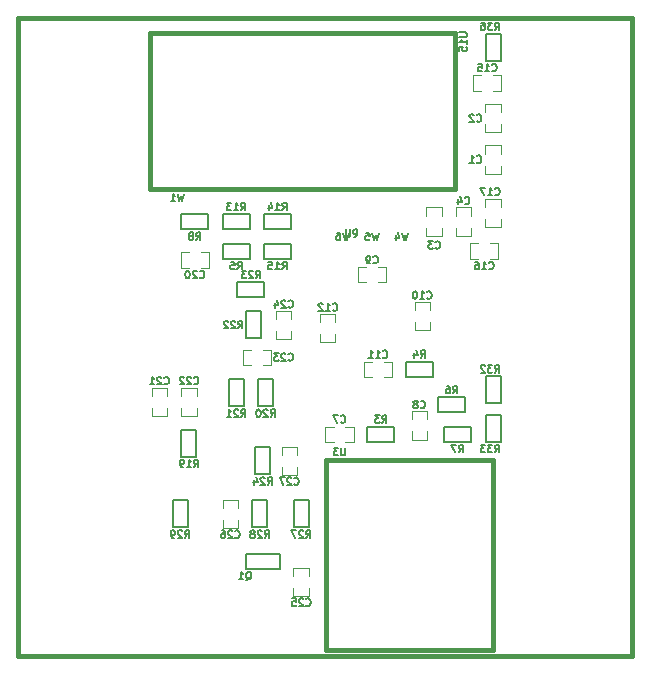
<source format=gbo>
G04 (created by PCBNEW (2013-mar-13)-testing) date Fri 19 Jul 2013 02:37:30 PM PDT*
%MOIN*%
G04 Gerber Fmt 3.4, Leading zero omitted, Abs format*
%FSLAX34Y34*%
G01*
G70*
G90*
G04 APERTURE LIST*
%ADD10C,0.005906*%
%ADD11C,0.015000*%
%ADD12C,0.004700*%
%ADD13C,0.005000*%
%ADD14C,0.005900*%
G04 APERTURE END LIST*
G54D10*
G54D11*
X87401Y-31102D02*
X87401Y-52362D01*
X66929Y-31102D02*
X87401Y-31102D01*
X66929Y-52362D02*
X66929Y-31102D01*
X87401Y-52362D02*
X66929Y-52362D01*
G54D12*
X76633Y-50098D02*
X76633Y-50373D01*
X76633Y-49704D02*
X76633Y-49429D01*
X76121Y-50098D02*
X76121Y-50373D01*
X76121Y-49429D02*
X76121Y-49704D01*
X76127Y-50373D02*
X76627Y-50373D01*
X76627Y-49429D02*
X76127Y-49429D01*
X73031Y-38917D02*
X73306Y-38917D01*
X72637Y-38917D02*
X72362Y-38917D01*
X73031Y-39429D02*
X73306Y-39429D01*
X72362Y-39429D02*
X72637Y-39429D01*
X73306Y-39423D02*
X73306Y-38923D01*
X72362Y-38923D02*
X72362Y-39423D01*
X83031Y-37795D02*
X83031Y-38070D01*
X83031Y-37401D02*
X83031Y-37126D01*
X82519Y-37795D02*
X82519Y-38070D01*
X82519Y-37126D02*
X82519Y-37401D01*
X82525Y-38070D02*
X83025Y-38070D01*
X83025Y-37126D02*
X82525Y-37126D01*
X75531Y-41141D02*
X75531Y-40866D01*
X75531Y-41535D02*
X75531Y-41810D01*
X76043Y-41141D02*
X76043Y-40866D01*
X76043Y-41810D02*
X76043Y-41535D01*
X76037Y-40866D02*
X75537Y-40866D01*
X75537Y-41810D02*
X76037Y-41810D01*
X75728Y-45669D02*
X75728Y-45394D01*
X75728Y-46063D02*
X75728Y-46338D01*
X76240Y-45669D02*
X76240Y-45394D01*
X76240Y-46338D02*
X76240Y-46063D01*
X76234Y-45394D02*
X75734Y-45394D01*
X75734Y-46338D02*
X76234Y-46338D01*
X74704Y-42677D02*
X74429Y-42677D01*
X75098Y-42677D02*
X75373Y-42677D01*
X74704Y-42165D02*
X74429Y-42165D01*
X75373Y-42165D02*
X75098Y-42165D01*
X74429Y-42171D02*
X74429Y-42671D01*
X75373Y-42671D02*
X75373Y-42171D01*
X82775Y-33011D02*
X83050Y-33011D01*
X82381Y-33011D02*
X82106Y-33011D01*
X82775Y-33523D02*
X83050Y-33523D01*
X82106Y-33523D02*
X82381Y-33523D01*
X83050Y-33517D02*
X83050Y-33017D01*
X82106Y-33017D02*
X82106Y-33517D01*
X82677Y-38621D02*
X82952Y-38621D01*
X82283Y-38621D02*
X82008Y-38621D01*
X82677Y-39133D02*
X82952Y-39133D01*
X82008Y-39133D02*
X82283Y-39133D01*
X82952Y-39127D02*
X82952Y-38627D01*
X82008Y-38627D02*
X82008Y-39127D01*
X71909Y-44094D02*
X71909Y-44369D01*
X71909Y-43700D02*
X71909Y-43425D01*
X71397Y-44094D02*
X71397Y-44369D01*
X71397Y-43425D02*
X71397Y-43700D01*
X71403Y-44369D02*
X71903Y-44369D01*
X71903Y-43425D02*
X71403Y-43425D01*
X73759Y-47440D02*
X73759Y-47165D01*
X73759Y-47834D02*
X73759Y-48109D01*
X74271Y-47440D02*
X74271Y-47165D01*
X74271Y-48109D02*
X74271Y-47834D01*
X74265Y-47165D02*
X73765Y-47165D01*
X73765Y-48109D02*
X74265Y-48109D01*
X72893Y-44094D02*
X72893Y-44369D01*
X72893Y-43700D02*
X72893Y-43425D01*
X72381Y-44094D02*
X72381Y-44369D01*
X72381Y-43425D02*
X72381Y-43700D01*
X72387Y-44369D02*
X72887Y-44369D01*
X72887Y-43425D02*
X72387Y-43425D01*
X82047Y-38090D02*
X82047Y-38365D01*
X82047Y-37696D02*
X82047Y-37421D01*
X81535Y-38090D02*
X81535Y-38365D01*
X81535Y-37421D02*
X81535Y-37696D01*
X81541Y-38365D02*
X82041Y-38365D01*
X82041Y-37421D02*
X81541Y-37421D01*
X81063Y-38090D02*
X81063Y-38365D01*
X81063Y-37696D02*
X81063Y-37421D01*
X80551Y-38090D02*
X80551Y-38365D01*
X80551Y-37421D02*
X80551Y-37696D01*
X80557Y-38365D02*
X81057Y-38365D01*
X81057Y-37421D02*
X80557Y-37421D01*
X82519Y-34251D02*
X82519Y-33976D01*
X82519Y-34645D02*
X82519Y-34920D01*
X83031Y-34251D02*
X83031Y-33976D01*
X83031Y-34920D02*
X83031Y-34645D01*
X83025Y-33976D02*
X82525Y-33976D01*
X82525Y-34920D02*
X83025Y-34920D01*
X83031Y-36023D02*
X83031Y-36298D01*
X83031Y-35629D02*
X83031Y-35354D01*
X82519Y-36023D02*
X82519Y-36298D01*
X82519Y-35354D02*
X82519Y-35629D01*
X82525Y-36298D02*
X83025Y-36298D01*
X83025Y-35354D02*
X82525Y-35354D01*
X80058Y-44488D02*
X80058Y-44213D01*
X80058Y-44882D02*
X80058Y-45157D01*
X80570Y-44488D02*
X80570Y-44213D01*
X80570Y-45157D02*
X80570Y-44882D01*
X80564Y-44213D02*
X80064Y-44213D01*
X80064Y-45157D02*
X80564Y-45157D01*
X77007Y-41240D02*
X77007Y-40965D01*
X77007Y-41634D02*
X77007Y-41909D01*
X77519Y-41240D02*
X77519Y-40965D01*
X77519Y-41909D02*
X77519Y-41634D01*
X77513Y-40965D02*
X77013Y-40965D01*
X77013Y-41909D02*
X77513Y-41909D01*
X78740Y-43070D02*
X78465Y-43070D01*
X79134Y-43070D02*
X79409Y-43070D01*
X78740Y-42558D02*
X78465Y-42558D01*
X79409Y-42558D02*
X79134Y-42558D01*
X78465Y-42564D02*
X78465Y-43064D01*
X79409Y-43064D02*
X79409Y-42564D01*
X80669Y-41240D02*
X80669Y-41515D01*
X80669Y-40846D02*
X80669Y-40571D01*
X80157Y-41240D02*
X80157Y-41515D01*
X80157Y-40571D02*
X80157Y-40846D01*
X80163Y-41515D02*
X80663Y-41515D01*
X80663Y-40571D02*
X80163Y-40571D01*
X78937Y-39409D02*
X79212Y-39409D01*
X78543Y-39409D02*
X78268Y-39409D01*
X78937Y-39921D02*
X79212Y-39921D01*
X78268Y-39921D02*
X78543Y-39921D01*
X79212Y-39915D02*
X79212Y-39415D01*
X78268Y-39415D02*
X78268Y-39915D01*
G54D13*
X72592Y-48087D02*
X72592Y-47187D01*
X72592Y-47187D02*
X72092Y-47187D01*
X72092Y-47187D02*
X72092Y-48087D01*
X72092Y-48087D02*
X72592Y-48087D01*
X75348Y-46316D02*
X75348Y-45416D01*
X75348Y-45416D02*
X74848Y-45416D01*
X74848Y-45416D02*
X74848Y-46316D01*
X74848Y-46316D02*
X75348Y-46316D01*
X76627Y-48087D02*
X76627Y-47187D01*
X76627Y-47187D02*
X76127Y-47187D01*
X76127Y-47187D02*
X76127Y-48087D01*
X76127Y-48087D02*
X76627Y-48087D01*
X74750Y-47187D02*
X74750Y-48087D01*
X74750Y-48087D02*
X75250Y-48087D01*
X75250Y-48087D02*
X75250Y-47187D01*
X75250Y-47187D02*
X74750Y-47187D01*
X75053Y-41788D02*
X75053Y-40888D01*
X75053Y-40888D02*
X74553Y-40888D01*
X74553Y-40888D02*
X74553Y-41788D01*
X74553Y-41788D02*
X75053Y-41788D01*
X75154Y-39907D02*
X74254Y-39907D01*
X74254Y-39907D02*
X74254Y-40407D01*
X74254Y-40407D02*
X75154Y-40407D01*
X75154Y-40407D02*
X75154Y-39907D01*
X72887Y-45725D02*
X72887Y-44825D01*
X72887Y-44825D02*
X72387Y-44825D01*
X72387Y-44825D02*
X72387Y-45725D01*
X72387Y-45725D02*
X72887Y-45725D01*
X73762Y-38143D02*
X74662Y-38143D01*
X74662Y-38143D02*
X74662Y-37643D01*
X74662Y-37643D02*
X73762Y-37643D01*
X73762Y-37643D02*
X73762Y-38143D01*
X76040Y-37643D02*
X75140Y-37643D01*
X75140Y-37643D02*
X75140Y-38143D01*
X75140Y-38143D02*
X76040Y-38143D01*
X76040Y-38143D02*
X76040Y-37643D01*
X75140Y-39127D02*
X76040Y-39127D01*
X76040Y-39127D02*
X76040Y-38627D01*
X76040Y-38627D02*
X75140Y-38627D01*
X75140Y-38627D02*
X75140Y-39127D01*
X73284Y-37643D02*
X72384Y-37643D01*
X72384Y-37643D02*
X72384Y-38143D01*
X72384Y-38143D02*
X73284Y-38143D01*
X73284Y-38143D02*
X73284Y-37643D01*
X73762Y-39127D02*
X74662Y-39127D01*
X74662Y-39127D02*
X74662Y-38627D01*
X74662Y-38627D02*
X73762Y-38627D01*
X73762Y-38627D02*
X73762Y-39127D01*
X82044Y-44730D02*
X81144Y-44730D01*
X81144Y-44730D02*
X81144Y-45230D01*
X81144Y-45230D02*
X82044Y-45230D01*
X82044Y-45230D02*
X82044Y-44730D01*
X81847Y-43746D02*
X80947Y-43746D01*
X80947Y-43746D02*
X80947Y-44246D01*
X80947Y-44246D02*
X81847Y-44246D01*
X81847Y-44246D02*
X81847Y-43746D01*
X80764Y-42564D02*
X79864Y-42564D01*
X79864Y-42564D02*
X79864Y-43064D01*
X79864Y-43064D02*
X80764Y-43064D01*
X80764Y-43064D02*
X80764Y-42564D01*
X78585Y-45230D02*
X79485Y-45230D01*
X79485Y-45230D02*
X79485Y-44730D01*
X79485Y-44730D02*
X78585Y-44730D01*
X78585Y-44730D02*
X78585Y-45230D01*
X74462Y-44052D02*
X74462Y-43152D01*
X74462Y-43152D02*
X73962Y-43152D01*
X73962Y-43152D02*
X73962Y-44052D01*
X73962Y-44052D02*
X74462Y-44052D01*
X74946Y-43152D02*
X74946Y-44052D01*
X74946Y-44052D02*
X75446Y-44052D01*
X75446Y-44052D02*
X75446Y-43152D01*
X75446Y-43152D02*
X74946Y-43152D01*
G54D11*
X82756Y-45826D02*
X77205Y-45826D01*
X77205Y-45826D02*
X77205Y-52164D01*
X77205Y-52164D02*
X82756Y-52164D01*
X82756Y-52164D02*
X82756Y-45826D01*
G54D14*
X74523Y-49467D02*
X74523Y-48957D01*
X75673Y-49467D02*
X75673Y-48957D01*
X74523Y-49467D02*
X75673Y-49467D01*
X74523Y-48957D02*
X75673Y-48957D01*
G54D13*
X82525Y-31636D02*
X82525Y-32536D01*
X82525Y-32536D02*
X83025Y-32536D01*
X83025Y-32536D02*
X83025Y-31636D01*
X83025Y-31636D02*
X82525Y-31636D01*
G54D12*
X77460Y-45236D02*
X77185Y-45236D01*
X77854Y-45236D02*
X78129Y-45236D01*
X77460Y-44724D02*
X77185Y-44724D01*
X78129Y-44724D02*
X77854Y-44724D01*
X77185Y-44730D02*
X77185Y-45230D01*
X78129Y-45230D02*
X78129Y-44730D01*
G54D13*
X82525Y-43053D02*
X82525Y-43953D01*
X82525Y-43953D02*
X83025Y-43953D01*
X83025Y-43953D02*
X83025Y-43053D01*
X83025Y-43053D02*
X82525Y-43053D01*
X82525Y-44333D02*
X82525Y-45233D01*
X82525Y-45233D02*
X83025Y-45233D01*
X83025Y-45233D02*
X83025Y-44333D01*
X83025Y-44333D02*
X82525Y-44333D01*
G54D11*
X81495Y-36791D02*
X81495Y-31594D01*
X81495Y-31594D02*
X71338Y-31594D01*
X71338Y-31594D02*
X71338Y-36791D01*
X71338Y-36791D02*
X81495Y-36791D01*
G54D13*
X76538Y-50679D02*
X76550Y-50691D01*
X76586Y-50703D01*
X76610Y-50703D01*
X76645Y-50691D01*
X76669Y-50667D01*
X76681Y-50644D01*
X76693Y-50596D01*
X76693Y-50560D01*
X76681Y-50513D01*
X76669Y-50489D01*
X76645Y-50465D01*
X76610Y-50453D01*
X76586Y-50453D01*
X76550Y-50465D01*
X76538Y-50477D01*
X76443Y-50477D02*
X76431Y-50465D01*
X76407Y-50453D01*
X76348Y-50453D01*
X76324Y-50465D01*
X76312Y-50477D01*
X76300Y-50501D01*
X76300Y-50525D01*
X76312Y-50560D01*
X76455Y-50703D01*
X76300Y-50703D01*
X76074Y-50453D02*
X76193Y-50453D01*
X76205Y-50572D01*
X76193Y-50560D01*
X76169Y-50548D01*
X76110Y-50548D01*
X76086Y-50560D01*
X76074Y-50572D01*
X76062Y-50596D01*
X76062Y-50656D01*
X76074Y-50679D01*
X76086Y-50691D01*
X76110Y-50703D01*
X76169Y-50703D01*
X76193Y-50691D01*
X76205Y-50679D01*
X72995Y-39754D02*
X73007Y-39766D01*
X73042Y-39778D01*
X73066Y-39778D01*
X73102Y-39766D01*
X73126Y-39742D01*
X73138Y-39718D01*
X73150Y-39671D01*
X73150Y-39635D01*
X73138Y-39587D01*
X73126Y-39564D01*
X73102Y-39540D01*
X73066Y-39528D01*
X73042Y-39528D01*
X73007Y-39540D01*
X72995Y-39552D01*
X72900Y-39552D02*
X72888Y-39540D01*
X72864Y-39528D01*
X72804Y-39528D01*
X72781Y-39540D01*
X72769Y-39552D01*
X72757Y-39576D01*
X72757Y-39599D01*
X72769Y-39635D01*
X72912Y-39778D01*
X72757Y-39778D01*
X72602Y-39528D02*
X72578Y-39528D01*
X72554Y-39540D01*
X72542Y-39552D01*
X72531Y-39576D01*
X72519Y-39623D01*
X72519Y-39683D01*
X72531Y-39730D01*
X72542Y-39754D01*
X72554Y-39766D01*
X72578Y-39778D01*
X72602Y-39778D01*
X72626Y-39766D01*
X72638Y-39754D01*
X72650Y-39730D01*
X72662Y-39683D01*
X72662Y-39623D01*
X72650Y-39576D01*
X72638Y-39552D01*
X72626Y-39540D01*
X72602Y-39528D01*
X82837Y-36998D02*
X82849Y-37010D01*
X82885Y-37022D01*
X82909Y-37022D01*
X82945Y-37010D01*
X82968Y-36986D01*
X82980Y-36963D01*
X82992Y-36915D01*
X82992Y-36879D01*
X82980Y-36832D01*
X82968Y-36808D01*
X82945Y-36784D01*
X82909Y-36772D01*
X82885Y-36772D01*
X82849Y-36784D01*
X82837Y-36796D01*
X82599Y-37022D02*
X82742Y-37022D01*
X82671Y-37022D02*
X82671Y-36772D01*
X82695Y-36808D01*
X82718Y-36832D01*
X82742Y-36843D01*
X82516Y-36772D02*
X82349Y-36772D01*
X82456Y-37022D01*
X75948Y-40738D02*
X75960Y-40750D01*
X75995Y-40762D01*
X76019Y-40762D01*
X76055Y-40750D01*
X76079Y-40726D01*
X76090Y-40703D01*
X76102Y-40655D01*
X76102Y-40619D01*
X76090Y-40572D01*
X76079Y-40548D01*
X76055Y-40524D01*
X76019Y-40512D01*
X75995Y-40512D01*
X75960Y-40524D01*
X75948Y-40536D01*
X75852Y-40536D02*
X75840Y-40524D01*
X75817Y-40512D01*
X75757Y-40512D01*
X75733Y-40524D01*
X75721Y-40536D01*
X75710Y-40560D01*
X75710Y-40584D01*
X75721Y-40619D01*
X75864Y-40762D01*
X75710Y-40762D01*
X75495Y-40596D02*
X75495Y-40762D01*
X75555Y-40500D02*
X75614Y-40679D01*
X75460Y-40679D01*
X76144Y-46644D02*
X76156Y-46656D01*
X76192Y-46668D01*
X76216Y-46668D01*
X76252Y-46656D01*
X76275Y-46632D01*
X76287Y-46608D01*
X76299Y-46561D01*
X76299Y-46525D01*
X76287Y-46477D01*
X76275Y-46453D01*
X76252Y-46430D01*
X76216Y-46418D01*
X76192Y-46418D01*
X76156Y-46430D01*
X76144Y-46442D01*
X76049Y-46442D02*
X76037Y-46430D01*
X76014Y-46418D01*
X75954Y-46418D01*
X75930Y-46430D01*
X75918Y-46442D01*
X75906Y-46465D01*
X75906Y-46489D01*
X75918Y-46525D01*
X76061Y-46668D01*
X75906Y-46668D01*
X75823Y-46418D02*
X75656Y-46418D01*
X75764Y-46668D01*
X75948Y-42510D02*
X75960Y-42522D01*
X75995Y-42534D01*
X76019Y-42534D01*
X76055Y-42522D01*
X76079Y-42498D01*
X76090Y-42474D01*
X76102Y-42427D01*
X76102Y-42391D01*
X76090Y-42343D01*
X76079Y-42320D01*
X76055Y-42296D01*
X76019Y-42284D01*
X75995Y-42284D01*
X75960Y-42296D01*
X75948Y-42308D01*
X75852Y-42308D02*
X75840Y-42296D01*
X75817Y-42284D01*
X75757Y-42284D01*
X75733Y-42296D01*
X75721Y-42308D01*
X75710Y-42331D01*
X75710Y-42355D01*
X75721Y-42391D01*
X75864Y-42534D01*
X75710Y-42534D01*
X75626Y-42284D02*
X75471Y-42284D01*
X75555Y-42379D01*
X75519Y-42379D01*
X75495Y-42391D01*
X75483Y-42403D01*
X75471Y-42427D01*
X75471Y-42486D01*
X75483Y-42510D01*
X75495Y-42522D01*
X75519Y-42534D01*
X75590Y-42534D01*
X75614Y-42522D01*
X75626Y-42510D01*
X82739Y-32864D02*
X82751Y-32876D01*
X82787Y-32888D01*
X82810Y-32888D01*
X82846Y-32876D01*
X82870Y-32852D01*
X82882Y-32829D01*
X82894Y-32781D01*
X82894Y-32745D01*
X82882Y-32698D01*
X82870Y-32674D01*
X82846Y-32650D01*
X82810Y-32638D01*
X82787Y-32638D01*
X82751Y-32650D01*
X82739Y-32662D01*
X82501Y-32888D02*
X82644Y-32888D01*
X82572Y-32888D02*
X82572Y-32638D01*
X82596Y-32674D01*
X82620Y-32698D01*
X82644Y-32710D01*
X82275Y-32638D02*
X82394Y-32638D01*
X82406Y-32757D01*
X82394Y-32745D01*
X82370Y-32733D01*
X82310Y-32733D01*
X82287Y-32745D01*
X82275Y-32757D01*
X82263Y-32781D01*
X82263Y-32841D01*
X82275Y-32864D01*
X82287Y-32876D01*
X82310Y-32888D01*
X82370Y-32888D01*
X82394Y-32876D01*
X82406Y-32864D01*
X82641Y-39459D02*
X82652Y-39471D01*
X82688Y-39483D01*
X82712Y-39483D01*
X82748Y-39471D01*
X82771Y-39447D01*
X82783Y-39423D01*
X82795Y-39376D01*
X82795Y-39340D01*
X82783Y-39292D01*
X82771Y-39268D01*
X82748Y-39245D01*
X82712Y-39233D01*
X82688Y-39233D01*
X82652Y-39245D01*
X82641Y-39256D01*
X82402Y-39483D02*
X82545Y-39483D01*
X82474Y-39483D02*
X82474Y-39233D01*
X82498Y-39268D01*
X82521Y-39292D01*
X82545Y-39304D01*
X82188Y-39233D02*
X82236Y-39233D01*
X82260Y-39245D01*
X82271Y-39256D01*
X82295Y-39292D01*
X82307Y-39340D01*
X82307Y-39435D01*
X82295Y-39459D01*
X82283Y-39471D01*
X82260Y-39483D01*
X82212Y-39483D01*
X82188Y-39471D01*
X82176Y-39459D01*
X82164Y-39435D01*
X82164Y-39376D01*
X82176Y-39352D01*
X82188Y-39340D01*
X82212Y-39328D01*
X82260Y-39328D01*
X82283Y-39340D01*
X82295Y-39352D01*
X82307Y-39376D01*
X71814Y-43297D02*
X71826Y-43309D01*
X71861Y-43321D01*
X71885Y-43321D01*
X71921Y-43309D01*
X71945Y-43286D01*
X71957Y-43262D01*
X71969Y-43214D01*
X71969Y-43178D01*
X71957Y-43131D01*
X71945Y-43107D01*
X71921Y-43083D01*
X71885Y-43071D01*
X71861Y-43071D01*
X71826Y-43083D01*
X71814Y-43095D01*
X71719Y-43095D02*
X71707Y-43083D01*
X71683Y-43071D01*
X71623Y-43071D01*
X71599Y-43083D01*
X71588Y-43095D01*
X71576Y-43119D01*
X71576Y-43143D01*
X71588Y-43178D01*
X71730Y-43321D01*
X71576Y-43321D01*
X71338Y-43321D02*
X71480Y-43321D01*
X71409Y-43321D02*
X71409Y-43071D01*
X71433Y-43107D01*
X71457Y-43131D01*
X71480Y-43143D01*
X74176Y-48416D02*
X74188Y-48427D01*
X74224Y-48439D01*
X74247Y-48439D01*
X74283Y-48427D01*
X74307Y-48404D01*
X74319Y-48380D01*
X74331Y-48332D01*
X74331Y-48297D01*
X74319Y-48249D01*
X74307Y-48225D01*
X74283Y-48201D01*
X74247Y-48189D01*
X74224Y-48189D01*
X74188Y-48201D01*
X74176Y-48213D01*
X74081Y-48213D02*
X74069Y-48201D01*
X74045Y-48189D01*
X73985Y-48189D01*
X73962Y-48201D01*
X73950Y-48213D01*
X73938Y-48237D01*
X73938Y-48261D01*
X73950Y-48297D01*
X74093Y-48439D01*
X73938Y-48439D01*
X73724Y-48189D02*
X73771Y-48189D01*
X73795Y-48201D01*
X73807Y-48213D01*
X73831Y-48249D01*
X73843Y-48297D01*
X73843Y-48392D01*
X73831Y-48416D01*
X73819Y-48427D01*
X73795Y-48439D01*
X73747Y-48439D01*
X73724Y-48427D01*
X73712Y-48416D01*
X73700Y-48392D01*
X73700Y-48332D01*
X73712Y-48308D01*
X73724Y-48297D01*
X73747Y-48285D01*
X73795Y-48285D01*
X73819Y-48297D01*
X73831Y-48308D01*
X73843Y-48332D01*
X72798Y-43297D02*
X72810Y-43309D01*
X72846Y-43321D01*
X72869Y-43321D01*
X72905Y-43309D01*
X72929Y-43286D01*
X72941Y-43262D01*
X72953Y-43214D01*
X72953Y-43178D01*
X72941Y-43131D01*
X72929Y-43107D01*
X72905Y-43083D01*
X72869Y-43071D01*
X72846Y-43071D01*
X72810Y-43083D01*
X72798Y-43095D01*
X72703Y-43095D02*
X72691Y-43083D01*
X72667Y-43071D01*
X72608Y-43071D01*
X72584Y-43083D01*
X72572Y-43095D01*
X72560Y-43119D01*
X72560Y-43143D01*
X72572Y-43178D01*
X72715Y-43321D01*
X72560Y-43321D01*
X72465Y-43095D02*
X72453Y-43083D01*
X72429Y-43071D01*
X72369Y-43071D01*
X72346Y-43083D01*
X72334Y-43095D01*
X72322Y-43119D01*
X72322Y-43143D01*
X72334Y-43178D01*
X72477Y-43321D01*
X72322Y-43321D01*
X81833Y-37294D02*
X81844Y-37305D01*
X81880Y-37317D01*
X81904Y-37317D01*
X81940Y-37305D01*
X81963Y-37282D01*
X81975Y-37258D01*
X81987Y-37210D01*
X81987Y-37174D01*
X81975Y-37127D01*
X81963Y-37103D01*
X81940Y-37079D01*
X81904Y-37067D01*
X81880Y-37067D01*
X81844Y-37079D01*
X81833Y-37091D01*
X81618Y-37151D02*
X81618Y-37317D01*
X81678Y-37055D02*
X81737Y-37234D01*
X81583Y-37234D01*
X80848Y-38770D02*
X80860Y-38782D01*
X80896Y-38794D01*
X80920Y-38794D01*
X80955Y-38782D01*
X80979Y-38758D01*
X80991Y-38734D01*
X81003Y-38687D01*
X81003Y-38651D01*
X80991Y-38603D01*
X80979Y-38579D01*
X80955Y-38556D01*
X80920Y-38544D01*
X80896Y-38544D01*
X80860Y-38556D01*
X80848Y-38568D01*
X80765Y-38544D02*
X80610Y-38544D01*
X80693Y-38639D01*
X80658Y-38639D01*
X80634Y-38651D01*
X80622Y-38663D01*
X80610Y-38687D01*
X80610Y-38746D01*
X80622Y-38770D01*
X80634Y-38782D01*
X80658Y-38794D01*
X80729Y-38794D01*
X80753Y-38782D01*
X80765Y-38770D01*
X82226Y-34538D02*
X82238Y-34550D01*
X82274Y-34561D01*
X82298Y-34561D01*
X82333Y-34550D01*
X82357Y-34526D01*
X82369Y-34502D01*
X82381Y-34454D01*
X82381Y-34419D01*
X82369Y-34371D01*
X82357Y-34347D01*
X82333Y-34323D01*
X82298Y-34311D01*
X82274Y-34311D01*
X82238Y-34323D01*
X82226Y-34335D01*
X82131Y-34335D02*
X82119Y-34323D01*
X82095Y-34311D01*
X82036Y-34311D01*
X82012Y-34323D01*
X82000Y-34335D01*
X81988Y-34359D01*
X81988Y-34383D01*
X82000Y-34419D01*
X82143Y-34561D01*
X81988Y-34561D01*
X82226Y-35916D02*
X82238Y-35927D01*
X82274Y-35939D01*
X82298Y-35939D01*
X82333Y-35927D01*
X82357Y-35904D01*
X82369Y-35880D01*
X82381Y-35832D01*
X82381Y-35797D01*
X82369Y-35749D01*
X82357Y-35725D01*
X82333Y-35701D01*
X82298Y-35689D01*
X82274Y-35689D01*
X82238Y-35701D01*
X82226Y-35713D01*
X81988Y-35939D02*
X82131Y-35939D01*
X82060Y-35939D02*
X82060Y-35689D01*
X82083Y-35725D01*
X82107Y-35749D01*
X82131Y-35761D01*
X80356Y-44085D02*
X80368Y-44097D01*
X80404Y-44109D01*
X80428Y-44109D01*
X80463Y-44097D01*
X80487Y-44073D01*
X80499Y-44049D01*
X80511Y-44002D01*
X80511Y-43966D01*
X80499Y-43918D01*
X80487Y-43894D01*
X80463Y-43871D01*
X80428Y-43859D01*
X80404Y-43859D01*
X80368Y-43871D01*
X80356Y-43882D01*
X80213Y-43966D02*
X80237Y-43954D01*
X80249Y-43942D01*
X80261Y-43918D01*
X80261Y-43906D01*
X80249Y-43882D01*
X80237Y-43871D01*
X80213Y-43859D01*
X80166Y-43859D01*
X80142Y-43871D01*
X80130Y-43882D01*
X80118Y-43906D01*
X80118Y-43918D01*
X80130Y-43942D01*
X80142Y-43954D01*
X80166Y-43966D01*
X80213Y-43966D01*
X80237Y-43978D01*
X80249Y-43990D01*
X80261Y-44013D01*
X80261Y-44061D01*
X80249Y-44085D01*
X80237Y-44097D01*
X80213Y-44109D01*
X80166Y-44109D01*
X80142Y-44097D01*
X80130Y-44085D01*
X80118Y-44061D01*
X80118Y-44013D01*
X80130Y-43990D01*
X80142Y-43978D01*
X80166Y-43966D01*
X77424Y-40837D02*
X77436Y-40849D01*
X77472Y-40861D01*
X77495Y-40861D01*
X77531Y-40849D01*
X77555Y-40825D01*
X77567Y-40801D01*
X77579Y-40753D01*
X77579Y-40718D01*
X77567Y-40670D01*
X77555Y-40646D01*
X77531Y-40623D01*
X77495Y-40611D01*
X77472Y-40611D01*
X77436Y-40623D01*
X77424Y-40634D01*
X77186Y-40861D02*
X77329Y-40861D01*
X77257Y-40861D02*
X77257Y-40611D01*
X77281Y-40646D01*
X77305Y-40670D01*
X77329Y-40682D01*
X77091Y-40634D02*
X77079Y-40623D01*
X77055Y-40611D01*
X76995Y-40611D01*
X76972Y-40623D01*
X76960Y-40634D01*
X76948Y-40658D01*
X76948Y-40682D01*
X76960Y-40718D01*
X77103Y-40861D01*
X76948Y-40861D01*
X79097Y-42412D02*
X79109Y-42424D01*
X79145Y-42435D01*
X79169Y-42435D01*
X79204Y-42424D01*
X79228Y-42400D01*
X79240Y-42376D01*
X79252Y-42328D01*
X79252Y-42293D01*
X79240Y-42245D01*
X79228Y-42221D01*
X79204Y-42197D01*
X79169Y-42185D01*
X79145Y-42185D01*
X79109Y-42197D01*
X79097Y-42209D01*
X78859Y-42435D02*
X79002Y-42435D01*
X78931Y-42435D02*
X78931Y-42185D01*
X78954Y-42221D01*
X78978Y-42245D01*
X79002Y-42257D01*
X78621Y-42435D02*
X78764Y-42435D01*
X78692Y-42435D02*
X78692Y-42185D01*
X78716Y-42221D01*
X78740Y-42245D01*
X78764Y-42257D01*
X80574Y-40443D02*
X80586Y-40455D01*
X80621Y-40467D01*
X80645Y-40467D01*
X80681Y-40455D01*
X80705Y-40431D01*
X80716Y-40407D01*
X80728Y-40360D01*
X80728Y-40324D01*
X80716Y-40276D01*
X80705Y-40253D01*
X80681Y-40229D01*
X80645Y-40217D01*
X80621Y-40217D01*
X80586Y-40229D01*
X80574Y-40241D01*
X80336Y-40467D02*
X80478Y-40467D01*
X80407Y-40467D02*
X80407Y-40217D01*
X80431Y-40253D01*
X80455Y-40276D01*
X80478Y-40288D01*
X80181Y-40217D02*
X80157Y-40217D01*
X80133Y-40229D01*
X80121Y-40241D01*
X80109Y-40265D01*
X80097Y-40312D01*
X80097Y-40372D01*
X80109Y-40419D01*
X80121Y-40443D01*
X80133Y-40455D01*
X80157Y-40467D01*
X80181Y-40467D01*
X80205Y-40455D01*
X80216Y-40443D01*
X80228Y-40419D01*
X80240Y-40372D01*
X80240Y-40312D01*
X80228Y-40265D01*
X80216Y-40241D01*
X80205Y-40229D01*
X80181Y-40217D01*
X78781Y-39262D02*
X78793Y-39274D01*
X78829Y-39286D01*
X78853Y-39286D01*
X78888Y-39274D01*
X78912Y-39250D01*
X78924Y-39226D01*
X78936Y-39179D01*
X78936Y-39143D01*
X78924Y-39095D01*
X78912Y-39072D01*
X78888Y-39048D01*
X78853Y-39036D01*
X78829Y-39036D01*
X78793Y-39048D01*
X78781Y-39060D01*
X78662Y-39286D02*
X78615Y-39286D01*
X78591Y-39274D01*
X78579Y-39262D01*
X78555Y-39226D01*
X78543Y-39179D01*
X78543Y-39083D01*
X78555Y-39060D01*
X78567Y-39048D01*
X78591Y-39036D01*
X78638Y-39036D01*
X78662Y-39048D01*
X78674Y-39060D01*
X78686Y-39083D01*
X78686Y-39143D01*
X78674Y-39167D01*
X78662Y-39179D01*
X78638Y-39191D01*
X78591Y-39191D01*
X78567Y-39179D01*
X78555Y-39167D01*
X78543Y-39143D01*
X72503Y-48439D02*
X72586Y-48320D01*
X72646Y-48439D02*
X72646Y-48189D01*
X72550Y-48189D01*
X72527Y-48201D01*
X72515Y-48213D01*
X72503Y-48237D01*
X72503Y-48273D01*
X72515Y-48297D01*
X72527Y-48308D01*
X72550Y-48320D01*
X72646Y-48320D01*
X72407Y-48213D02*
X72396Y-48201D01*
X72372Y-48189D01*
X72312Y-48189D01*
X72288Y-48201D01*
X72277Y-48213D01*
X72265Y-48237D01*
X72265Y-48261D01*
X72277Y-48297D01*
X72419Y-48439D01*
X72265Y-48439D01*
X72146Y-48439D02*
X72098Y-48439D01*
X72074Y-48427D01*
X72062Y-48416D01*
X72038Y-48380D01*
X72027Y-48332D01*
X72027Y-48237D01*
X72038Y-48213D01*
X72050Y-48201D01*
X72074Y-48189D01*
X72122Y-48189D01*
X72146Y-48201D01*
X72157Y-48213D01*
X72169Y-48237D01*
X72169Y-48297D01*
X72157Y-48320D01*
X72146Y-48332D01*
X72122Y-48344D01*
X72074Y-48344D01*
X72050Y-48332D01*
X72038Y-48320D01*
X72027Y-48297D01*
X75259Y-46668D02*
X75342Y-46549D01*
X75401Y-46668D02*
X75401Y-46418D01*
X75306Y-46418D01*
X75282Y-46430D01*
X75271Y-46442D01*
X75259Y-46465D01*
X75259Y-46501D01*
X75271Y-46525D01*
X75282Y-46537D01*
X75306Y-46549D01*
X75401Y-46549D01*
X75163Y-46442D02*
X75151Y-46430D01*
X75128Y-46418D01*
X75068Y-46418D01*
X75044Y-46430D01*
X75032Y-46442D01*
X75021Y-46465D01*
X75021Y-46489D01*
X75032Y-46525D01*
X75175Y-46668D01*
X75021Y-46668D01*
X74806Y-46501D02*
X74806Y-46668D01*
X74866Y-46406D02*
X74925Y-46584D01*
X74771Y-46584D01*
X76538Y-48439D02*
X76622Y-48320D01*
X76681Y-48439D02*
X76681Y-48189D01*
X76586Y-48189D01*
X76562Y-48201D01*
X76550Y-48213D01*
X76538Y-48237D01*
X76538Y-48273D01*
X76550Y-48297D01*
X76562Y-48308D01*
X76586Y-48320D01*
X76681Y-48320D01*
X76443Y-48213D02*
X76431Y-48201D01*
X76407Y-48189D01*
X76348Y-48189D01*
X76324Y-48201D01*
X76312Y-48213D01*
X76300Y-48237D01*
X76300Y-48261D01*
X76312Y-48297D01*
X76455Y-48439D01*
X76300Y-48439D01*
X76217Y-48189D02*
X76050Y-48189D01*
X76157Y-48439D01*
X75160Y-48439D02*
X75244Y-48320D01*
X75303Y-48439D02*
X75303Y-48189D01*
X75208Y-48189D01*
X75184Y-48201D01*
X75172Y-48213D01*
X75160Y-48237D01*
X75160Y-48273D01*
X75172Y-48297D01*
X75184Y-48308D01*
X75208Y-48320D01*
X75303Y-48320D01*
X75065Y-48213D02*
X75053Y-48201D01*
X75029Y-48189D01*
X74970Y-48189D01*
X74946Y-48201D01*
X74934Y-48213D01*
X74922Y-48237D01*
X74922Y-48261D01*
X74934Y-48297D01*
X75077Y-48439D01*
X74922Y-48439D01*
X74779Y-48297D02*
X74803Y-48285D01*
X74815Y-48273D01*
X74827Y-48249D01*
X74827Y-48237D01*
X74815Y-48213D01*
X74803Y-48201D01*
X74779Y-48189D01*
X74732Y-48189D01*
X74708Y-48201D01*
X74696Y-48213D01*
X74684Y-48237D01*
X74684Y-48249D01*
X74696Y-48273D01*
X74708Y-48285D01*
X74732Y-48297D01*
X74779Y-48297D01*
X74803Y-48308D01*
X74815Y-48320D01*
X74827Y-48344D01*
X74827Y-48392D01*
X74815Y-48416D01*
X74803Y-48427D01*
X74779Y-48439D01*
X74732Y-48439D01*
X74708Y-48427D01*
X74696Y-48416D01*
X74684Y-48392D01*
X74684Y-48344D01*
X74696Y-48320D01*
X74708Y-48308D01*
X74732Y-48297D01*
X74274Y-41451D02*
X74358Y-41332D01*
X74417Y-41451D02*
X74417Y-41201D01*
X74322Y-41201D01*
X74298Y-41213D01*
X74286Y-41225D01*
X74274Y-41249D01*
X74274Y-41285D01*
X74286Y-41308D01*
X74298Y-41320D01*
X74322Y-41332D01*
X74417Y-41332D01*
X74179Y-41225D02*
X74167Y-41213D01*
X74143Y-41201D01*
X74084Y-41201D01*
X74060Y-41213D01*
X74048Y-41225D01*
X74036Y-41249D01*
X74036Y-41273D01*
X74048Y-41308D01*
X74191Y-41451D01*
X74036Y-41451D01*
X73941Y-41225D02*
X73929Y-41213D01*
X73905Y-41201D01*
X73846Y-41201D01*
X73822Y-41213D01*
X73810Y-41225D01*
X73798Y-41249D01*
X73798Y-41273D01*
X73810Y-41308D01*
X73953Y-41451D01*
X73798Y-41451D01*
X74865Y-39778D02*
X74948Y-39659D01*
X75008Y-39778D02*
X75008Y-39528D01*
X74913Y-39528D01*
X74889Y-39540D01*
X74877Y-39552D01*
X74865Y-39576D01*
X74865Y-39611D01*
X74877Y-39635D01*
X74889Y-39647D01*
X74913Y-39659D01*
X75008Y-39659D01*
X74770Y-39552D02*
X74758Y-39540D01*
X74734Y-39528D01*
X74674Y-39528D01*
X74651Y-39540D01*
X74639Y-39552D01*
X74627Y-39576D01*
X74627Y-39599D01*
X74639Y-39635D01*
X74782Y-39778D01*
X74627Y-39778D01*
X74544Y-39528D02*
X74389Y-39528D01*
X74472Y-39623D01*
X74436Y-39623D01*
X74413Y-39635D01*
X74401Y-39647D01*
X74389Y-39671D01*
X74389Y-39730D01*
X74401Y-39754D01*
X74413Y-39766D01*
X74436Y-39778D01*
X74508Y-39778D01*
X74532Y-39766D01*
X74544Y-39754D01*
X72798Y-46077D02*
X72881Y-45958D01*
X72941Y-46077D02*
X72941Y-45827D01*
X72846Y-45827D01*
X72822Y-45839D01*
X72810Y-45851D01*
X72798Y-45875D01*
X72798Y-45910D01*
X72810Y-45934D01*
X72822Y-45946D01*
X72846Y-45958D01*
X72941Y-45958D01*
X72560Y-46077D02*
X72703Y-46077D01*
X72631Y-46077D02*
X72631Y-45827D01*
X72655Y-45863D01*
X72679Y-45887D01*
X72703Y-45899D01*
X72441Y-46077D02*
X72393Y-46077D01*
X72369Y-46065D01*
X72358Y-46053D01*
X72334Y-46018D01*
X72322Y-45970D01*
X72322Y-45875D01*
X72334Y-45851D01*
X72346Y-45839D01*
X72369Y-45827D01*
X72417Y-45827D01*
X72441Y-45839D01*
X72453Y-45851D01*
X72465Y-45875D01*
X72465Y-45934D01*
X72453Y-45958D01*
X72441Y-45970D01*
X72417Y-45982D01*
X72369Y-45982D01*
X72346Y-45970D01*
X72334Y-45958D01*
X72322Y-45934D01*
X74373Y-37514D02*
X74456Y-37395D01*
X74516Y-37514D02*
X74516Y-37264D01*
X74420Y-37264D01*
X74397Y-37276D01*
X74385Y-37288D01*
X74373Y-37312D01*
X74373Y-37348D01*
X74385Y-37371D01*
X74397Y-37383D01*
X74420Y-37395D01*
X74516Y-37395D01*
X74135Y-37514D02*
X74278Y-37514D01*
X74206Y-37514D02*
X74206Y-37264D01*
X74230Y-37300D01*
X74254Y-37324D01*
X74278Y-37336D01*
X74051Y-37264D02*
X73897Y-37264D01*
X73980Y-37359D01*
X73944Y-37359D01*
X73920Y-37371D01*
X73909Y-37383D01*
X73897Y-37407D01*
X73897Y-37467D01*
X73909Y-37490D01*
X73920Y-37502D01*
X73944Y-37514D01*
X74016Y-37514D01*
X74039Y-37502D01*
X74051Y-37490D01*
X75751Y-37514D02*
X75834Y-37395D01*
X75894Y-37514D02*
X75894Y-37264D01*
X75798Y-37264D01*
X75775Y-37276D01*
X75763Y-37288D01*
X75751Y-37312D01*
X75751Y-37348D01*
X75763Y-37371D01*
X75775Y-37383D01*
X75798Y-37395D01*
X75894Y-37395D01*
X75513Y-37514D02*
X75656Y-37514D01*
X75584Y-37514D02*
X75584Y-37264D01*
X75608Y-37300D01*
X75632Y-37324D01*
X75656Y-37336D01*
X75298Y-37348D02*
X75298Y-37514D01*
X75358Y-37252D02*
X75417Y-37431D01*
X75263Y-37431D01*
X75751Y-39483D02*
X75834Y-39364D01*
X75894Y-39483D02*
X75894Y-39233D01*
X75798Y-39233D01*
X75775Y-39245D01*
X75763Y-39256D01*
X75751Y-39280D01*
X75751Y-39316D01*
X75763Y-39340D01*
X75775Y-39352D01*
X75798Y-39364D01*
X75894Y-39364D01*
X75513Y-39483D02*
X75656Y-39483D01*
X75584Y-39483D02*
X75584Y-39233D01*
X75608Y-39268D01*
X75632Y-39292D01*
X75656Y-39304D01*
X75286Y-39233D02*
X75406Y-39233D01*
X75417Y-39352D01*
X75406Y-39340D01*
X75382Y-39328D01*
X75322Y-39328D01*
X75298Y-39340D01*
X75286Y-39352D01*
X75275Y-39376D01*
X75275Y-39435D01*
X75286Y-39459D01*
X75298Y-39471D01*
X75322Y-39483D01*
X75382Y-39483D01*
X75406Y-39471D01*
X75417Y-39459D01*
X72876Y-38498D02*
X72959Y-38379D01*
X73019Y-38498D02*
X73019Y-38248D01*
X72923Y-38248D01*
X72900Y-38260D01*
X72888Y-38272D01*
X72876Y-38296D01*
X72876Y-38332D01*
X72888Y-38356D01*
X72900Y-38367D01*
X72923Y-38379D01*
X73019Y-38379D01*
X72733Y-38356D02*
X72757Y-38344D01*
X72769Y-38332D01*
X72781Y-38308D01*
X72781Y-38296D01*
X72769Y-38272D01*
X72757Y-38260D01*
X72733Y-38248D01*
X72685Y-38248D01*
X72662Y-38260D01*
X72650Y-38272D01*
X72638Y-38296D01*
X72638Y-38308D01*
X72650Y-38332D01*
X72662Y-38344D01*
X72685Y-38356D01*
X72733Y-38356D01*
X72757Y-38367D01*
X72769Y-38379D01*
X72781Y-38403D01*
X72781Y-38451D01*
X72769Y-38475D01*
X72757Y-38487D01*
X72733Y-38498D01*
X72685Y-38498D01*
X72662Y-38487D01*
X72650Y-38475D01*
X72638Y-38451D01*
X72638Y-38403D01*
X72650Y-38379D01*
X72662Y-38367D01*
X72685Y-38356D01*
X74254Y-39483D02*
X74337Y-39364D01*
X74397Y-39483D02*
X74397Y-39233D01*
X74301Y-39233D01*
X74278Y-39245D01*
X74266Y-39256D01*
X74254Y-39280D01*
X74254Y-39316D01*
X74266Y-39340D01*
X74278Y-39352D01*
X74301Y-39364D01*
X74397Y-39364D01*
X74028Y-39233D02*
X74147Y-39233D01*
X74159Y-39352D01*
X74147Y-39340D01*
X74123Y-39328D01*
X74063Y-39328D01*
X74039Y-39340D01*
X74028Y-39352D01*
X74016Y-39376D01*
X74016Y-39435D01*
X74028Y-39459D01*
X74039Y-39471D01*
X74063Y-39483D01*
X74123Y-39483D01*
X74147Y-39471D01*
X74159Y-39459D01*
X81636Y-45585D02*
X81719Y-45466D01*
X81779Y-45585D02*
X81779Y-45335D01*
X81683Y-45335D01*
X81659Y-45347D01*
X81648Y-45359D01*
X81636Y-45383D01*
X81636Y-45418D01*
X81648Y-45442D01*
X81659Y-45454D01*
X81683Y-45466D01*
X81779Y-45466D01*
X81552Y-45335D02*
X81386Y-45335D01*
X81493Y-45585D01*
X81439Y-43617D02*
X81522Y-43497D01*
X81582Y-43617D02*
X81582Y-43367D01*
X81486Y-43367D01*
X81463Y-43378D01*
X81451Y-43390D01*
X81439Y-43414D01*
X81439Y-43450D01*
X81451Y-43474D01*
X81463Y-43486D01*
X81486Y-43497D01*
X81582Y-43497D01*
X81225Y-43367D02*
X81272Y-43367D01*
X81296Y-43378D01*
X81308Y-43390D01*
X81332Y-43426D01*
X81344Y-43474D01*
X81344Y-43569D01*
X81332Y-43593D01*
X81320Y-43605D01*
X81296Y-43617D01*
X81248Y-43617D01*
X81225Y-43605D01*
X81213Y-43593D01*
X81201Y-43569D01*
X81201Y-43509D01*
X81213Y-43486D01*
X81225Y-43474D01*
X81248Y-43462D01*
X81296Y-43462D01*
X81320Y-43474D01*
X81332Y-43486D01*
X81344Y-43509D01*
X80356Y-42435D02*
X80439Y-42316D01*
X80499Y-42435D02*
X80499Y-42185D01*
X80404Y-42185D01*
X80380Y-42197D01*
X80368Y-42209D01*
X80356Y-42233D01*
X80356Y-42269D01*
X80368Y-42293D01*
X80380Y-42304D01*
X80404Y-42316D01*
X80499Y-42316D01*
X80142Y-42269D02*
X80142Y-42435D01*
X80201Y-42174D02*
X80261Y-42352D01*
X80106Y-42352D01*
X79077Y-44601D02*
X79160Y-44482D01*
X79219Y-44601D02*
X79219Y-44351D01*
X79124Y-44351D01*
X79100Y-44363D01*
X79089Y-44375D01*
X79077Y-44398D01*
X79077Y-44434D01*
X79089Y-44458D01*
X79100Y-44470D01*
X79124Y-44482D01*
X79219Y-44482D01*
X78993Y-44351D02*
X78839Y-44351D01*
X78922Y-44446D01*
X78886Y-44446D01*
X78862Y-44458D01*
X78850Y-44470D01*
X78839Y-44494D01*
X78839Y-44553D01*
X78850Y-44577D01*
X78862Y-44589D01*
X78886Y-44601D01*
X78958Y-44601D01*
X78981Y-44589D01*
X78993Y-44577D01*
X74373Y-44404D02*
X74456Y-44285D01*
X74516Y-44404D02*
X74516Y-44154D01*
X74420Y-44154D01*
X74397Y-44166D01*
X74385Y-44178D01*
X74373Y-44202D01*
X74373Y-44237D01*
X74385Y-44261D01*
X74397Y-44273D01*
X74420Y-44285D01*
X74516Y-44285D01*
X74278Y-44178D02*
X74266Y-44166D01*
X74242Y-44154D01*
X74182Y-44154D01*
X74159Y-44166D01*
X74147Y-44178D01*
X74135Y-44202D01*
X74135Y-44225D01*
X74147Y-44261D01*
X74289Y-44404D01*
X74135Y-44404D01*
X73897Y-44404D02*
X74039Y-44404D01*
X73968Y-44404D02*
X73968Y-44154D01*
X73992Y-44190D01*
X74016Y-44213D01*
X74039Y-44225D01*
X75357Y-44404D02*
X75440Y-44285D01*
X75500Y-44404D02*
X75500Y-44154D01*
X75405Y-44154D01*
X75381Y-44166D01*
X75369Y-44178D01*
X75357Y-44202D01*
X75357Y-44237D01*
X75369Y-44261D01*
X75381Y-44273D01*
X75405Y-44285D01*
X75500Y-44285D01*
X75262Y-44178D02*
X75250Y-44166D01*
X75226Y-44154D01*
X75167Y-44154D01*
X75143Y-44166D01*
X75131Y-44178D01*
X75119Y-44202D01*
X75119Y-44225D01*
X75131Y-44261D01*
X75274Y-44404D01*
X75119Y-44404D01*
X74964Y-44154D02*
X74940Y-44154D01*
X74917Y-44166D01*
X74905Y-44178D01*
X74893Y-44202D01*
X74881Y-44249D01*
X74881Y-44309D01*
X74893Y-44356D01*
X74905Y-44380D01*
X74917Y-44392D01*
X74940Y-44404D01*
X74964Y-44404D01*
X74988Y-44392D01*
X75000Y-44380D01*
X75012Y-44356D01*
X75024Y-44309D01*
X75024Y-44249D01*
X75012Y-44202D01*
X75000Y-44178D01*
X74988Y-44166D01*
X74964Y-44154D01*
X77847Y-45433D02*
X77847Y-45636D01*
X77836Y-45660D01*
X77824Y-45672D01*
X77800Y-45683D01*
X77752Y-45683D01*
X77728Y-45672D01*
X77717Y-45660D01*
X77705Y-45636D01*
X77705Y-45433D01*
X77609Y-45433D02*
X77455Y-45433D01*
X77538Y-45529D01*
X77502Y-45529D01*
X77478Y-45541D01*
X77467Y-45553D01*
X77455Y-45576D01*
X77455Y-45636D01*
X77467Y-45660D01*
X77478Y-45672D01*
X77502Y-45683D01*
X77574Y-45683D01*
X77597Y-45672D01*
X77609Y-45660D01*
X74531Y-49841D02*
X74555Y-49829D01*
X74579Y-49805D01*
X74615Y-49770D01*
X74638Y-49758D01*
X74662Y-49758D01*
X74650Y-49817D02*
X74674Y-49805D01*
X74698Y-49782D01*
X74710Y-49734D01*
X74710Y-49651D01*
X74698Y-49603D01*
X74674Y-49579D01*
X74650Y-49567D01*
X74603Y-49567D01*
X74579Y-49579D01*
X74555Y-49603D01*
X74543Y-49651D01*
X74543Y-49734D01*
X74555Y-49782D01*
X74579Y-49805D01*
X74603Y-49817D01*
X74650Y-49817D01*
X74305Y-49817D02*
X74448Y-49817D01*
X74376Y-49817D02*
X74376Y-49567D01*
X74400Y-49603D01*
X74424Y-49627D01*
X74448Y-49639D01*
X82837Y-31510D02*
X82921Y-31391D01*
X82980Y-31510D02*
X82980Y-31260D01*
X82885Y-31260D01*
X82861Y-31272D01*
X82849Y-31284D01*
X82837Y-31308D01*
X82837Y-31344D01*
X82849Y-31367D01*
X82861Y-31379D01*
X82885Y-31391D01*
X82980Y-31391D01*
X82754Y-31260D02*
X82599Y-31260D01*
X82683Y-31355D01*
X82647Y-31355D01*
X82623Y-31367D01*
X82611Y-31379D01*
X82599Y-31403D01*
X82599Y-31463D01*
X82611Y-31486D01*
X82623Y-31498D01*
X82647Y-31510D01*
X82718Y-31510D01*
X82742Y-31498D01*
X82754Y-31486D01*
X82385Y-31260D02*
X82433Y-31260D01*
X82456Y-31272D01*
X82468Y-31284D01*
X82492Y-31320D01*
X82504Y-31367D01*
X82504Y-31463D01*
X82492Y-31486D01*
X82480Y-31498D01*
X82456Y-31510D01*
X82409Y-31510D01*
X82385Y-31498D01*
X82373Y-31486D01*
X82361Y-31463D01*
X82361Y-31403D01*
X82373Y-31379D01*
X82385Y-31367D01*
X82409Y-31355D01*
X82456Y-31355D01*
X82480Y-31367D01*
X82492Y-31379D01*
X82504Y-31403D01*
X72470Y-36969D02*
X72410Y-37219D01*
X72363Y-37040D01*
X72315Y-37219D01*
X72255Y-36969D01*
X72029Y-37219D02*
X72172Y-37219D01*
X72101Y-37219D02*
X72101Y-36969D01*
X72125Y-37005D01*
X72148Y-37028D01*
X72172Y-37040D01*
X77699Y-44577D02*
X77711Y-44589D01*
X77746Y-44601D01*
X77770Y-44601D01*
X77806Y-44589D01*
X77830Y-44565D01*
X77842Y-44541D01*
X77853Y-44494D01*
X77853Y-44458D01*
X77842Y-44410D01*
X77830Y-44386D01*
X77806Y-44363D01*
X77770Y-44351D01*
X77746Y-44351D01*
X77711Y-44363D01*
X77699Y-44375D01*
X77615Y-44351D02*
X77449Y-44351D01*
X77556Y-44601D01*
X77860Y-38150D02*
X77860Y-38352D01*
X77872Y-38376D01*
X77884Y-38388D01*
X77908Y-38400D01*
X77955Y-38400D01*
X77979Y-38388D01*
X77991Y-38376D01*
X78003Y-38352D01*
X78003Y-38150D01*
X78134Y-38400D02*
X78182Y-38400D01*
X78205Y-38388D01*
X78217Y-38376D01*
X78241Y-38340D01*
X78253Y-38293D01*
X78253Y-38198D01*
X78241Y-38174D01*
X78229Y-38162D01*
X78205Y-38150D01*
X78158Y-38150D01*
X78134Y-38162D01*
X78122Y-38174D01*
X78110Y-38198D01*
X78110Y-38257D01*
X78122Y-38281D01*
X78134Y-38293D01*
X78158Y-38305D01*
X78205Y-38305D01*
X78229Y-38293D01*
X78241Y-38281D01*
X78253Y-38257D01*
X82837Y-42928D02*
X82921Y-42809D01*
X82980Y-42928D02*
X82980Y-42678D01*
X82885Y-42678D01*
X82861Y-42689D01*
X82849Y-42701D01*
X82837Y-42725D01*
X82837Y-42761D01*
X82849Y-42785D01*
X82861Y-42797D01*
X82885Y-42809D01*
X82980Y-42809D01*
X82754Y-42678D02*
X82599Y-42678D01*
X82683Y-42773D01*
X82647Y-42773D01*
X82623Y-42785D01*
X82611Y-42797D01*
X82599Y-42820D01*
X82599Y-42880D01*
X82611Y-42904D01*
X82623Y-42916D01*
X82647Y-42928D01*
X82718Y-42928D01*
X82742Y-42916D01*
X82754Y-42904D01*
X82504Y-42701D02*
X82492Y-42689D01*
X82468Y-42678D01*
X82409Y-42678D01*
X82385Y-42689D01*
X82373Y-42701D01*
X82361Y-42725D01*
X82361Y-42749D01*
X82373Y-42785D01*
X82516Y-42928D01*
X82361Y-42928D01*
X82837Y-45585D02*
X82921Y-45466D01*
X82980Y-45585D02*
X82980Y-45335D01*
X82885Y-45335D01*
X82861Y-45347D01*
X82849Y-45359D01*
X82837Y-45383D01*
X82837Y-45418D01*
X82849Y-45442D01*
X82861Y-45454D01*
X82885Y-45466D01*
X82980Y-45466D01*
X82754Y-45335D02*
X82599Y-45335D01*
X82683Y-45430D01*
X82647Y-45430D01*
X82623Y-45442D01*
X82611Y-45454D01*
X82599Y-45478D01*
X82599Y-45537D01*
X82611Y-45561D01*
X82623Y-45573D01*
X82647Y-45585D01*
X82718Y-45585D01*
X82742Y-45573D01*
X82754Y-45561D01*
X82516Y-45335D02*
X82361Y-45335D01*
X82445Y-45430D01*
X82409Y-45430D01*
X82385Y-45442D01*
X82373Y-45454D01*
X82361Y-45478D01*
X82361Y-45537D01*
X82373Y-45561D01*
X82385Y-45573D01*
X82409Y-45585D01*
X82480Y-45585D01*
X82504Y-45573D01*
X82516Y-45561D01*
X79946Y-38256D02*
X79887Y-38506D01*
X79839Y-38328D01*
X79791Y-38506D01*
X79732Y-38256D01*
X79529Y-38340D02*
X79529Y-38506D01*
X79589Y-38244D02*
X79649Y-38423D01*
X79494Y-38423D01*
X78962Y-38256D02*
X78902Y-38506D01*
X78855Y-38328D01*
X78807Y-38506D01*
X78748Y-38256D01*
X78533Y-38256D02*
X78652Y-38256D01*
X78664Y-38375D01*
X78652Y-38363D01*
X78629Y-38352D01*
X78569Y-38352D01*
X78545Y-38363D01*
X78533Y-38375D01*
X78521Y-38399D01*
X78521Y-38459D01*
X78533Y-38482D01*
X78545Y-38494D01*
X78569Y-38506D01*
X78629Y-38506D01*
X78652Y-38494D01*
X78664Y-38482D01*
X77978Y-38256D02*
X77918Y-38506D01*
X77871Y-38328D01*
X77823Y-38506D01*
X77763Y-38256D01*
X77561Y-38256D02*
X77609Y-38256D01*
X77632Y-38268D01*
X77644Y-38280D01*
X77668Y-38316D01*
X77680Y-38363D01*
X77680Y-38459D01*
X77668Y-38482D01*
X77656Y-38494D01*
X77632Y-38506D01*
X77585Y-38506D01*
X77561Y-38494D01*
X77549Y-38482D01*
X77537Y-38459D01*
X77537Y-38399D01*
X77549Y-38375D01*
X77561Y-38363D01*
X77585Y-38352D01*
X77632Y-38352D01*
X77656Y-38363D01*
X77668Y-38375D01*
X77680Y-38399D01*
X81654Y-31580D02*
X81856Y-31580D01*
X81880Y-31592D01*
X81892Y-31604D01*
X81904Y-31627D01*
X81904Y-31675D01*
X81892Y-31699D01*
X81880Y-31711D01*
X81856Y-31723D01*
X81654Y-31723D01*
X81904Y-31973D02*
X81904Y-31830D01*
X81904Y-31901D02*
X81654Y-31901D01*
X81690Y-31877D01*
X81713Y-31854D01*
X81725Y-31830D01*
X81654Y-32199D02*
X81654Y-32080D01*
X81773Y-32068D01*
X81761Y-32080D01*
X81749Y-32104D01*
X81749Y-32163D01*
X81761Y-32187D01*
X81773Y-32199D01*
X81797Y-32211D01*
X81856Y-32211D01*
X81880Y-32199D01*
X81892Y-32187D01*
X81904Y-32163D01*
X81904Y-32104D01*
X81892Y-32080D01*
X81880Y-32068D01*
M02*

</source>
